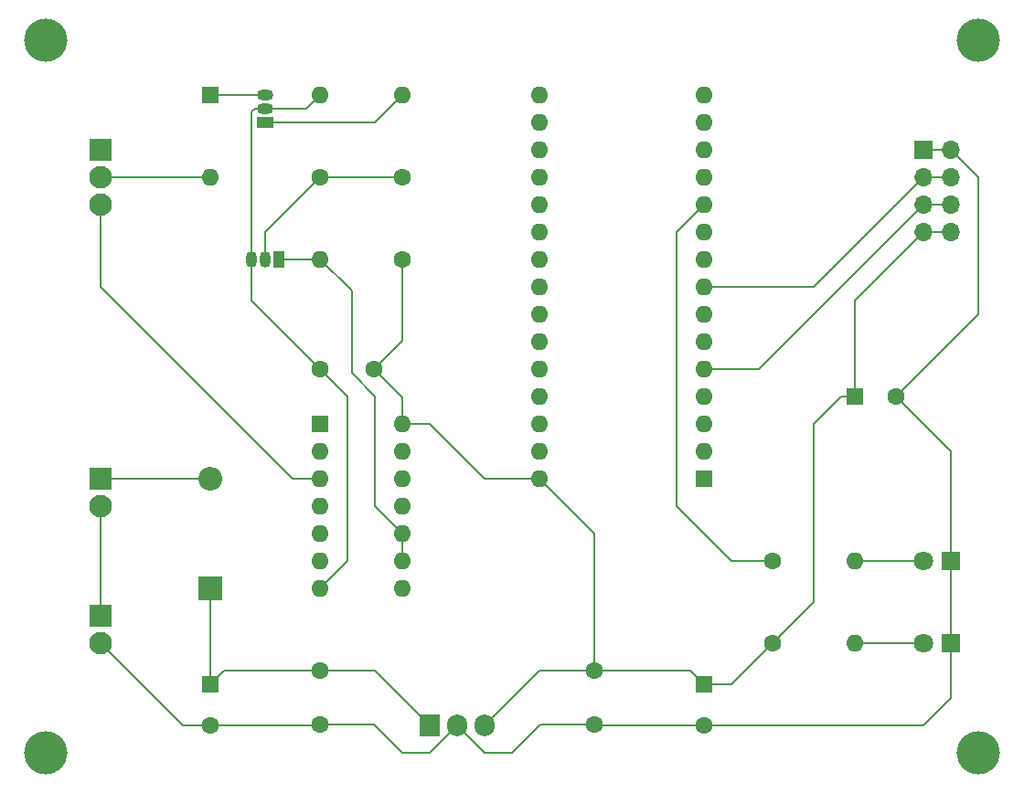
<source format=gbr>
%TF.GenerationSoftware,KiCad,Pcbnew,7.0.6*%
%TF.CreationDate,2023-08-10T18:19:11+02:00*%
%TF.ProjectId,ps2_mouse_to_serial_rev2,7073325f-6d6f-4757-9365-5f746f5f7365,rev?*%
%TF.SameCoordinates,Original*%
%TF.FileFunction,Copper,L1,Top*%
%TF.FilePolarity,Positive*%
%FSLAX46Y46*%
G04 Gerber Fmt 4.6, Leading zero omitted, Abs format (unit mm)*
G04 Created by KiCad (PCBNEW 7.0.6) date 2023-08-10 18:19:11*
%MOMM*%
%LPD*%
G01*
G04 APERTURE LIST*
%TA.AperFunction,ComponentPad*%
%ADD10R,1.700000X1.700000*%
%TD*%
%TA.AperFunction,ComponentPad*%
%ADD11O,1.700000X1.700000*%
%TD*%
%TA.AperFunction,ComponentPad*%
%ADD12R,2.100000X2.100000*%
%TD*%
%TA.AperFunction,ComponentPad*%
%ADD13C,2.100000*%
%TD*%
%TA.AperFunction,ComponentPad*%
%ADD14R,1.600000X1.600000*%
%TD*%
%TA.AperFunction,ComponentPad*%
%ADD15C,1.600000*%
%TD*%
%TA.AperFunction,ComponentPad*%
%ADD16C,4.000500*%
%TD*%
%TA.AperFunction,ComponentPad*%
%ADD17R,2.200000X2.200000*%
%TD*%
%TA.AperFunction,ComponentPad*%
%ADD18O,2.200000X2.200000*%
%TD*%
%TA.AperFunction,ComponentPad*%
%ADD19R,1.800000X1.800000*%
%TD*%
%TA.AperFunction,ComponentPad*%
%ADD20C,1.800000*%
%TD*%
%TA.AperFunction,ComponentPad*%
%ADD21O,1.600000X1.600000*%
%TD*%
%TA.AperFunction,ComponentPad*%
%ADD22R,1.500000X1.050000*%
%TD*%
%TA.AperFunction,ComponentPad*%
%ADD23O,1.500000X1.050000*%
%TD*%
%TA.AperFunction,ComponentPad*%
%ADD24R,1.050000X1.500000*%
%TD*%
%TA.AperFunction,ComponentPad*%
%ADD25O,1.050000X1.500000*%
%TD*%
%TA.AperFunction,ComponentPad*%
%ADD26R,1.905000X2.000000*%
%TD*%
%TA.AperFunction,ComponentPad*%
%ADD27O,1.905000X2.000000*%
%TD*%
%TA.AperFunction,Conductor*%
%ADD28C,0.200000*%
%TD*%
G04 APERTURE END LIST*
D10*
%TO.P,J3,1,Pin_1*%
%TO.N,Net-(D2-K)*%
X109220000Y-38100000D03*
D11*
%TO.P,J3,2,Pin_2*%
X111760000Y-38100000D03*
%TO.P,J3,3,Pin_3*%
%TO.N,Net-(A1-D5)*%
X109220000Y-40640000D03*
%TO.P,J3,4,Pin_4*%
X111760000Y-40640000D03*
%TO.P,J3,5,Pin_5*%
%TO.N,Net-(A1-D2)*%
X109220000Y-43180000D03*
%TO.P,J3,6,Pin_6*%
X111760000Y-43180000D03*
%TO.P,J3,7,Pin_7*%
%TO.N,Net-(A1-VIN)*%
X109220000Y-45720000D03*
%TO.P,J3,8,Pin_8*%
X111760000Y-45720000D03*
%TD*%
D12*
%TO.P,J1,1,Pin_1*%
%TO.N,Net-(J1-Pin_1)*%
X33020000Y-81280000D03*
D13*
%TO.P,J1,2,Pin_2*%
%TO.N,Net-(D2-K)*%
X33020000Y-83820000D03*
%TD*%
D12*
%TO.P,J2,1,Pin_1*%
%TO.N,Net-(D2-K)*%
X33020000Y-38100000D03*
D13*
%TO.P,J2,2,Pin_2*%
%TO.N,Net-(D3-A)*%
X33020000Y-40640000D03*
%TO.P,J2,3,Pin_3*%
%TO.N,Net-(J2-Pin_3)*%
X33020000Y-43180000D03*
%TD*%
D14*
%TO.P,C4,1*%
%TO.N,Net-(A1-VIN)*%
X88900000Y-87640000D03*
D15*
%TO.P,C4,2*%
%TO.N,Net-(D2-K)*%
X88900000Y-91440000D03*
%TD*%
D16*
%TO.P,,GND*%
%TO.N,N/C*%
X27940000Y-27940000D03*
%TD*%
%TO.P,,GND*%
%TO.N,N/C*%
X114300000Y-93980000D03*
%TD*%
D17*
%TO.P,D1,1,K*%
%TO.N,Net-(D1-K)*%
X43180000Y-78740000D03*
D18*
%TO.P,D1,2,A*%
%TO.N,Net-(D1-A)*%
X43180000Y-68580000D03*
%TD*%
D19*
%TO.P,D2,1,K*%
%TO.N,Net-(D2-K)*%
X111760000Y-83820000D03*
D20*
%TO.P,D2,2,A*%
%TO.N,Net-(D2-A)*%
X109220000Y-83820000D03*
%TD*%
D14*
%TO.P,U1,1*%
%TO.N,Net-(A1-D1{slash}TX)*%
X53340000Y-63500000D03*
D21*
%TO.P,U1,2*%
X53340000Y-66040000D03*
%TO.P,U1,3*%
%TO.N,Net-(J2-Pin_3)*%
X53340000Y-68580000D03*
%TO.P,U1,4*%
%TO.N,N/C*%
X53340000Y-71120000D03*
%TO.P,U1,5*%
X53340000Y-73660000D03*
%TO.P,U1,6*%
X53340000Y-76200000D03*
%TO.P,U1,7,GND*%
%TO.N,Net-(D2-K)*%
X53340000Y-78740000D03*
%TO.P,U1,8*%
%TO.N,Net-(A1-D7)*%
X60960000Y-78740000D03*
%TO.P,U1,9*%
%TO.N,Net-(Q1-C)*%
X60960000Y-76200000D03*
%TO.P,U1,10*%
X60960000Y-73660000D03*
%TO.P,U1,11*%
%TO.N,N/C*%
X60960000Y-71120000D03*
%TO.P,U1,12*%
X60960000Y-68580000D03*
%TO.P,U1,13*%
X60960000Y-66040000D03*
%TO.P,U1,14,VCC*%
%TO.N,Net-(A1-VIN)*%
X60960000Y-63500000D03*
%TD*%
D14*
%TO.P,D3,1,K*%
%TO.N,Net-(D3-K)*%
X43180000Y-33020000D03*
D21*
%TO.P,D3,2,A*%
%TO.N,Net-(D3-A)*%
X43180000Y-40640000D03*
%TD*%
D15*
%TO.P,R4,1*%
%TO.N,Net-(Q1-B)*%
X60960000Y-40640000D03*
D21*
%TO.P,R4,2*%
%TO.N,Net-(U3-VO)*%
X60960000Y-33020000D03*
%TD*%
D15*
%TO.P,C2,1*%
%TO.N,Net-(D1-K)*%
X53340000Y-86360000D03*
%TO.P,C2,2*%
%TO.N,Net-(D2-K)*%
X53340000Y-91360000D03*
%TD*%
%TO.P,R3,1*%
%TO.N,Net-(Q1-B)*%
X53340000Y-40640000D03*
D21*
%TO.P,R3,2*%
%TO.N,Net-(D2-K)*%
X53340000Y-33020000D03*
%TD*%
D19*
%TO.P,D4,1,K*%
%TO.N,Net-(D2-K)*%
X111760000Y-76200000D03*
D20*
%TO.P,D4,2,A*%
%TO.N,Net-(D4-A)*%
X109220000Y-76200000D03*
%TD*%
D22*
%TO.P,U3,1,VO*%
%TO.N,Net-(U3-VO)*%
X48260000Y-35560000D03*
D23*
%TO.P,U3,2,GND*%
%TO.N,Net-(D2-K)*%
X48260000Y-34290000D03*
%TO.P,U3,3,VI*%
%TO.N,Net-(D3-K)*%
X48260000Y-33020000D03*
%TD*%
D16*
%TO.P,,GND*%
%TO.N,N/C*%
X27940000Y-93980000D03*
%TD*%
D15*
%TO.P,R2,1*%
%TO.N,Net-(A1-VIN)*%
X60960000Y-48260000D03*
D21*
%TO.P,R2,2*%
%TO.N,Net-(Q1-C)*%
X53340000Y-48260000D03*
%TD*%
D15*
%TO.P,R5,1*%
%TO.N,Net-(A1-D8)*%
X95250000Y-76200000D03*
D21*
%TO.P,R5,2*%
%TO.N,Net-(D4-A)*%
X102870000Y-76200000D03*
%TD*%
D16*
%TO.P,,GND*%
%TO.N,N/C*%
X114300000Y-27940000D03*
%TD*%
D15*
%TO.P,C3,1*%
%TO.N,Net-(A1-VIN)*%
X78740000Y-86360000D03*
%TO.P,C3,2*%
%TO.N,Net-(D2-K)*%
X78740000Y-91360000D03*
%TD*%
D24*
%TO.P,Q1,1,C*%
%TO.N,Net-(Q1-C)*%
X49530000Y-48260000D03*
D25*
%TO.P,Q1,2,B*%
%TO.N,Net-(Q1-B)*%
X48260000Y-48260000D03*
%TO.P,Q1,3,E*%
%TO.N,Net-(D2-K)*%
X46990000Y-48260000D03*
%TD*%
D14*
%TO.P,A1,1,D1/TX*%
%TO.N,Net-(A1-D1{slash}TX)*%
X88900000Y-68580000D03*
D21*
%TO.P,A1,2,D0/RX*%
%TO.N,unconnected-(A1-D0{slash}RX-Pad2)*%
X88900000Y-66040000D03*
%TO.P,A1,3,~{RESET}*%
%TO.N,unconnected-(A1-~{RESET}-Pad3)*%
X88900000Y-63500000D03*
%TO.P,A1,4,GND*%
%TO.N,unconnected-(A1-GND-Pad4)*%
X88900000Y-60960000D03*
%TO.P,A1,5,D2*%
%TO.N,Net-(A1-D2)*%
X88900000Y-58420000D03*
%TO.P,A1,6,D3*%
%TO.N,unconnected-(A1-D3-Pad6)*%
X88900000Y-55880000D03*
%TO.P,A1,7,D4*%
%TO.N,unconnected-(A1-D4-Pad7)*%
X88900000Y-53340000D03*
%TO.P,A1,8,D5*%
%TO.N,Net-(A1-D5)*%
X88900000Y-50800000D03*
%TO.P,A1,9,D6*%
%TO.N,unconnected-(A1-D6-Pad9)*%
X88900000Y-48260000D03*
%TO.P,A1,10,D7*%
%TO.N,Net-(A1-D7)*%
X88900000Y-45720000D03*
%TO.P,A1,11,D8*%
%TO.N,Net-(A1-D8)*%
X88900000Y-43180000D03*
%TO.P,A1,12,D9*%
%TO.N,unconnected-(A1-D9-Pad12)*%
X88900000Y-40640000D03*
%TO.P,A1,13,D10*%
%TO.N,unconnected-(A1-D10-Pad13)*%
X88900000Y-38100000D03*
%TO.P,A1,14,D11*%
%TO.N,unconnected-(A1-D11-Pad14)*%
X88900000Y-35560000D03*
%TO.P,A1,15,D12*%
%TO.N,unconnected-(A1-D12-Pad15)*%
X88900000Y-33020000D03*
%TO.P,A1,16,D13*%
%TO.N,unconnected-(A1-D13-Pad16)*%
X73660000Y-33020000D03*
%TO.P,A1,17,3V3*%
%TO.N,unconnected-(A1-3V3-Pad17)*%
X73660000Y-35560000D03*
%TO.P,A1,18,AREF*%
%TO.N,unconnected-(A1-AREF-Pad18)*%
X73660000Y-38100000D03*
%TO.P,A1,19,A0*%
%TO.N,unconnected-(A1-A0-Pad19)*%
X73660000Y-40640000D03*
%TO.P,A1,20,A1*%
%TO.N,unconnected-(A1-A1-Pad20)*%
X73660000Y-43180000D03*
%TO.P,A1,21,A2*%
%TO.N,unconnected-(A1-A2-Pad21)*%
X73660000Y-45720000D03*
%TO.P,A1,22,A3*%
%TO.N,unconnected-(A1-A3-Pad22)*%
X73660000Y-48260000D03*
%TO.P,A1,23,A4*%
%TO.N,unconnected-(A1-A4-Pad23)*%
X73660000Y-50800000D03*
%TO.P,A1,24,A5*%
%TO.N,unconnected-(A1-A5-Pad24)*%
X73660000Y-53340000D03*
%TO.P,A1,25,A6*%
%TO.N,unconnected-(A1-A6-Pad25)*%
X73660000Y-55880000D03*
%TO.P,A1,26,A7*%
%TO.N,unconnected-(A1-A7-Pad26)*%
X73660000Y-58420000D03*
%TO.P,A1,27,+5V*%
%TO.N,unconnected-(A1-+5V-Pad27)*%
X73660000Y-60960000D03*
%TO.P,A1,28,~{RESET}*%
%TO.N,unconnected-(A1-~{RESET}-Pad28)*%
X73660000Y-63500000D03*
%TO.P,A1,29,GND*%
%TO.N,Net-(D2-K)*%
X73660000Y-66040000D03*
%TO.P,A1,30,VIN*%
%TO.N,Net-(A1-VIN)*%
X73660000Y-68580000D03*
%TD*%
D15*
%TO.P,R1,1*%
%TO.N,Net-(A1-VIN)*%
X95250000Y-83820000D03*
D21*
%TO.P,R1,2*%
%TO.N,Net-(D2-A)*%
X102870000Y-83820000D03*
%TD*%
D26*
%TO.P,U2,1,IN*%
%TO.N,Net-(D1-K)*%
X63500000Y-91440000D03*
D27*
%TO.P,U2,2,GND*%
%TO.N,Net-(D2-K)*%
X66040000Y-91440000D03*
%TO.P,U2,3,OUT*%
%TO.N,Net-(A1-VIN)*%
X68580000Y-91440000D03*
%TD*%
D14*
%TO.P,C1,1*%
%TO.N,Net-(D1-K)*%
X43180000Y-87640000D03*
D15*
%TO.P,C1,2*%
%TO.N,Net-(D2-K)*%
X43180000Y-91440000D03*
%TD*%
D14*
%TO.P,C6,1*%
%TO.N,Net-(A1-VIN)*%
X102880000Y-60960000D03*
D15*
%TO.P,C6,2*%
%TO.N,Net-(D2-K)*%
X106680000Y-60960000D03*
%TD*%
D12*
%TO.P,SW1,1,A*%
%TO.N,Net-(D1-A)*%
X33020000Y-68580000D03*
D13*
%TO.P,SW1,2,B*%
%TO.N,Net-(J1-Pin_1)*%
X33020000Y-71120000D03*
%TD*%
D15*
%TO.P,C5,1*%
%TO.N,Net-(A1-VIN)*%
X58340000Y-58420000D03*
%TO.P,C5,2*%
%TO.N,Net-(D2-K)*%
X53340000Y-58420000D03*
%TD*%
D28*
%TO.N,Net-(D3-A)*%
X33020000Y-40640000D02*
X43180000Y-40640000D01*
%TO.N,Net-(J2-Pin_3)*%
X33020000Y-50800000D02*
X33020000Y-43180000D01*
X50800000Y-68580000D02*
X33020000Y-50800000D01*
X53340000Y-68580000D02*
X50800000Y-68580000D01*
%TO.N,Net-(D1-A)*%
X33020000Y-68580000D02*
X43180000Y-68580000D01*
%TO.N,Net-(J1-Pin_1)*%
X33020000Y-81280000D02*
X33020000Y-71120000D01*
%TO.N,Net-(D2-K)*%
X40640000Y-91440000D02*
X43180000Y-91440000D01*
X33020000Y-83820000D02*
X40640000Y-91440000D01*
%TO.N,Net-(A1-D2)*%
X111760000Y-43180000D02*
X109220000Y-43180000D01*
%TO.N,Net-(A1-D5)*%
X111760000Y-40640000D02*
X109220000Y-40640000D01*
X99060000Y-50800000D02*
X109220000Y-40640000D01*
X88900000Y-50800000D02*
X99060000Y-50800000D01*
%TO.N,Net-(A1-D2)*%
X93980000Y-58420000D02*
X109220000Y-43180000D01*
X88900000Y-58420000D02*
X93980000Y-58420000D01*
%TO.N,Net-(A1-VIN)*%
X102880000Y-52060000D02*
X102880000Y-60960000D01*
X109220000Y-45720000D02*
X102880000Y-52060000D01*
X111760000Y-45720000D02*
X109220000Y-45720000D01*
%TO.N,Net-(D2-K)*%
X114300000Y-53340000D02*
X106680000Y-60960000D01*
X114300000Y-40640000D02*
X114300000Y-53340000D01*
X111760000Y-38100000D02*
X114300000Y-40640000D01*
X111760000Y-38100000D02*
X109220000Y-38100000D01*
%TO.N,Net-(A1-VIN)*%
X78740000Y-86360000D02*
X73660000Y-86360000D01*
X87620000Y-86360000D02*
X88900000Y-87640000D01*
X78740000Y-86360000D02*
X87620000Y-86360000D01*
X78740000Y-73660000D02*
X73660000Y-68580000D01*
X60960000Y-61040000D02*
X58340000Y-58420000D01*
X60960000Y-63500000D02*
X63500000Y-63500000D01*
X68580000Y-68580000D02*
X73660000Y-68580000D01*
X101600000Y-60960000D02*
X99060000Y-63500000D01*
X73660000Y-86360000D02*
X68580000Y-91440000D01*
X99060000Y-80010000D02*
X95250000Y-83820000D01*
X60960000Y-55800000D02*
X58340000Y-58420000D01*
X78740000Y-86360000D02*
X78740000Y-73660000D01*
X91430000Y-87640000D02*
X95250000Y-83820000D01*
X60960000Y-63500000D02*
X60960000Y-61040000D01*
X99060000Y-63500000D02*
X99060000Y-80010000D01*
X63500000Y-63500000D02*
X68580000Y-68580000D01*
X88900000Y-87640000D02*
X91430000Y-87640000D01*
X102880000Y-60960000D02*
X101600000Y-60960000D01*
X60960000Y-48260000D02*
X60960000Y-55800000D01*
%TO.N,Net-(D2-A)*%
X102870000Y-83820000D02*
X109220000Y-83820000D01*
%TO.N,Net-(Q1-C)*%
X58420000Y-60960000D02*
X58420000Y-71120000D01*
X56280000Y-58820000D02*
X58420000Y-60960000D01*
X60960000Y-73660000D02*
X60960000Y-76200000D01*
X58420000Y-71120000D02*
X60960000Y-73660000D01*
X53340000Y-48260000D02*
X56280000Y-51200000D01*
X53340000Y-48260000D02*
X49530000Y-48260000D01*
X56280000Y-51200000D02*
X56280000Y-58820000D01*
%TO.N,Net-(Q1-B)*%
X60960000Y-40640000D02*
X53340000Y-40640000D01*
X53340000Y-40640000D02*
X48260000Y-45720000D01*
X48260000Y-45720000D02*
X48260000Y-48260000D01*
%TO.N,Net-(D2-K)*%
X60960000Y-93980000D02*
X63500000Y-93980000D01*
X53340000Y-58420000D02*
X55880000Y-60960000D01*
X88900000Y-91440000D02*
X78820000Y-91440000D01*
X46990000Y-34610000D02*
X47310000Y-34290000D01*
X73740000Y-91360000D02*
X71120000Y-93980000D01*
X46990000Y-48260000D02*
X46990000Y-52070000D01*
X111760000Y-66040000D02*
X106680000Y-60960000D01*
X88900000Y-91440000D02*
X109220000Y-91440000D01*
X78740000Y-91360000D02*
X73740000Y-91360000D01*
X111760000Y-76200000D02*
X111760000Y-83820000D01*
X109220000Y-91440000D02*
X111760000Y-88900000D01*
X52070000Y-34290000D02*
X48260000Y-34290000D01*
X55880000Y-76200000D02*
X53340000Y-78740000D01*
X53340000Y-33020000D02*
X52070000Y-34290000D01*
X58340000Y-91360000D02*
X60960000Y-93980000D01*
X68580000Y-93980000D02*
X66040000Y-91440000D01*
X43180000Y-91440000D02*
X53260000Y-91440000D01*
X55880000Y-60960000D02*
X55880000Y-76200000D01*
X47310000Y-34290000D02*
X48260000Y-34290000D01*
X111760000Y-76200000D02*
X111760000Y-66040000D01*
X63500000Y-93980000D02*
X66040000Y-91440000D01*
X46990000Y-48260000D02*
X46990000Y-34610000D01*
X71120000Y-93980000D02*
X68580000Y-93980000D01*
X111760000Y-88900000D02*
X111760000Y-83820000D01*
X46990000Y-52070000D02*
X53340000Y-58420000D01*
X53340000Y-91360000D02*
X58340000Y-91360000D01*
%TO.N,Net-(U3-VO)*%
X58420000Y-35560000D02*
X48260000Y-35560000D01*
X60960000Y-33020000D02*
X58420000Y-35560000D01*
%TO.N,Net-(A1-D8)*%
X86360000Y-45720000D02*
X88900000Y-43180000D01*
X95250000Y-76200000D02*
X91440000Y-76200000D01*
X86360000Y-71120000D02*
X86360000Y-45720000D01*
X91440000Y-76200000D02*
X86360000Y-71120000D01*
%TO.N,Net-(D4-A)*%
X102870000Y-76200000D02*
X109220000Y-76200000D01*
%TO.N,Net-(D3-K)*%
X43180000Y-33020000D02*
X48260000Y-33020000D01*
%TO.N,Net-(D1-K)*%
X53340000Y-86360000D02*
X58420000Y-86360000D01*
X43180000Y-78740000D02*
X43180000Y-87640000D01*
X58420000Y-86360000D02*
X63500000Y-91440000D01*
X44460000Y-86360000D02*
X43180000Y-87640000D01*
X53340000Y-86360000D02*
X44460000Y-86360000D01*
%TD*%
M02*

</source>
